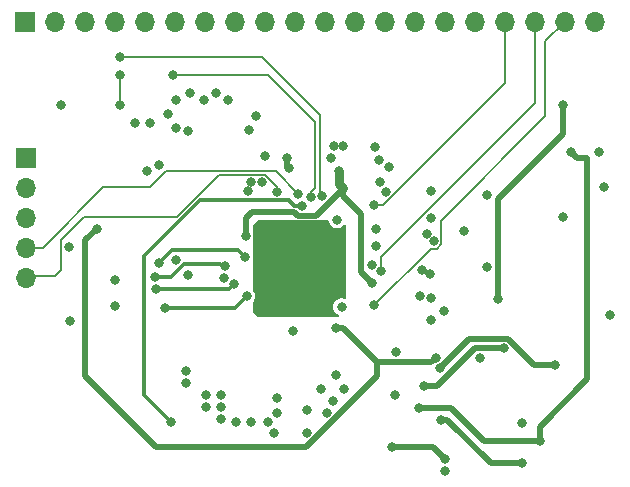
<source format=gbl>
G04 #@! TF.GenerationSoftware,KiCad,Pcbnew,8.0.8*
G04 #@! TF.CreationDate,2025-03-14T23:10:00+01:00*
G04 #@! TF.ProjectId,epdiy-v7-raw,65706469-792d-4763-972d-7261772e6b69,1.1*
G04 #@! TF.SameCoordinates,Original*
G04 #@! TF.FileFunction,Copper,L4,Bot*
G04 #@! TF.FilePolarity,Positive*
%FSLAX46Y46*%
G04 Gerber Fmt 4.6, Leading zero omitted, Abs format (unit mm)*
G04 Created by KiCad (PCBNEW 8.0.8) date 2025-03-14 23:10:00*
%MOMM*%
%LPD*%
G01*
G04 APERTURE LIST*
G04 #@! TA.AperFunction,ComponentPad*
%ADD10C,0.508000*%
G04 #@! TD*
G04 #@! TA.AperFunction,ComponentPad*
%ADD11R,1.700000X1.700000*%
G04 #@! TD*
G04 #@! TA.AperFunction,ComponentPad*
%ADD12O,1.700000X1.700000*%
G04 #@! TD*
G04 #@! TA.AperFunction,ViaPad*
%ADD13C,0.800000*%
G04 #@! TD*
G04 #@! TA.AperFunction,Conductor*
%ADD14C,0.500000*%
G04 #@! TD*
G04 #@! TA.AperFunction,Conductor*
%ADD15C,0.300000*%
G04 #@! TD*
G04 #@! TA.AperFunction,Conductor*
%ADD16C,0.750000*%
G04 #@! TD*
G04 #@! TA.AperFunction,Conductor*
%ADD17C,0.200000*%
G04 #@! TD*
G04 APERTURE END LIST*
D10*
X100880870Y-105892800D03*
X100880870Y-105105400D03*
X100880870Y-104318000D03*
X100880870Y-103530600D03*
X100880870Y-102743200D03*
X100093470Y-105892800D03*
X100093470Y-105105400D03*
X100093470Y-104318000D03*
X100093470Y-103530600D03*
X100093470Y-102743200D03*
X99306070Y-105892800D03*
X99306070Y-105105400D03*
X99306070Y-104318000D03*
X99306070Y-103530600D03*
X99306070Y-102743200D03*
X98518670Y-105892800D03*
X98518670Y-105105400D03*
X98518670Y-104318000D03*
X98518670Y-103530600D03*
X98518670Y-102743200D03*
X97731270Y-105892800D03*
X97731270Y-105105400D03*
X97731270Y-104318000D03*
X97731270Y-103530600D03*
X97731270Y-102743200D03*
D11*
X75940000Y-83500000D03*
D12*
X78480000Y-83500000D03*
X81020000Y-83500000D03*
X83560000Y-83500000D03*
X86100000Y-83500000D03*
X88640000Y-83500000D03*
X91180000Y-83500000D03*
X93720000Y-83500000D03*
X96260000Y-83500000D03*
X98800000Y-83500000D03*
X101340000Y-83500000D03*
X103880000Y-83500000D03*
X106420000Y-83500000D03*
X108960000Y-83500000D03*
X111500000Y-83500000D03*
X114040000Y-83500000D03*
X116580000Y-83500000D03*
X119120000Y-83500000D03*
X121660000Y-83500000D03*
X124200000Y-83500000D03*
D11*
X76000000Y-95000000D03*
D12*
X76000000Y-97540000D03*
X76000000Y-100080000D03*
X76000000Y-102620000D03*
X76000000Y-105160000D03*
D13*
X124500000Y-94500000D03*
X102941069Y-114590000D03*
X110282070Y-106840000D03*
X125000000Y-97500000D03*
X95482070Y-91490000D03*
X110528866Y-102093204D03*
X105275070Y-104112000D03*
X102113171Y-94025000D03*
X99782070Y-118340000D03*
X102354070Y-100254000D03*
X109509657Y-104545000D03*
X93082070Y-90090000D03*
X105656070Y-102492000D03*
X102837153Y-93990910D03*
X113082070Y-101190000D03*
X110282070Y-97840000D03*
X88682070Y-90090000D03*
X79682070Y-102590000D03*
X101532070Y-116590000D03*
X88678756Y-103694099D03*
X92082070Y-89490000D03*
X89532070Y-113090000D03*
X91082070Y-90090000D03*
X111444043Y-108001973D03*
X125500000Y-108359521D03*
X102733813Y-107621257D03*
X89720070Y-104902000D03*
X102226070Y-113396000D03*
X115043039Y-104259394D03*
X89749377Y-92700000D03*
X107282070Y-115130000D03*
X92778847Y-105184403D03*
X88682070Y-92490000D03*
X101032070Y-114590000D03*
X110266558Y-104870863D03*
X86532070Y-92090000D03*
X89532070Y-114090000D03*
X111500000Y-121500000D03*
X98649351Y-109674663D03*
X83532070Y-107590000D03*
X79782070Y-108840000D03*
X94882070Y-92690000D03*
X114500000Y-112000000D03*
X102032070Y-115590000D03*
X98282070Y-95840000D03*
X101886070Y-94986000D03*
X105875283Y-95228486D03*
X89882070Y-89490000D03*
X96297604Y-94855534D03*
X115082070Y-98190000D03*
X98136070Y-94986000D03*
X88082070Y-91290000D03*
X118000000Y-117500000D03*
X97032070Y-118340000D03*
X85282070Y-92090000D03*
X109390000Y-106735000D03*
X110282070Y-100090000D03*
X109995331Y-101484669D03*
X83532070Y-105340000D03*
X105582070Y-94090000D03*
X110351505Y-108718325D03*
X79000000Y-90500000D03*
X116000000Y-107000000D03*
X94734070Y-106731000D03*
X87782070Y-107753998D03*
X121500000Y-90500000D03*
X87282070Y-103930002D03*
X94558816Y-103427029D03*
X111186035Y-117186035D03*
X111085184Y-112832862D03*
X120800000Y-112550000D03*
X118000272Y-120877000D03*
X109282070Y-116190000D03*
X119500000Y-119000000D03*
X122158631Y-94495000D03*
X88282070Y-117340000D03*
X99406060Y-99111000D03*
X121500000Y-100000000D03*
X111500000Y-120500000D03*
X105975000Y-97090000D03*
X107000000Y-119500000D03*
X107373605Y-111480500D03*
X116495000Y-111140000D03*
X109730965Y-114340000D03*
X102532070Y-96090000D03*
X105275070Y-105588000D03*
X94608327Y-101649743D03*
X102822070Y-97541000D03*
X88500000Y-88000063D03*
X100109731Y-98317659D03*
X84000000Y-86500063D03*
X101077318Y-98282747D03*
X97268070Y-97900765D03*
X105500000Y-107500000D03*
X106056501Y-104597563D03*
X105500000Y-99000000D03*
X99058070Y-98048002D03*
X106775000Y-95769795D03*
X105670014Y-101016000D03*
X99782070Y-116340000D03*
X95032070Y-97090000D03*
X91282070Y-115090000D03*
X106473219Y-97937557D03*
X93782070Y-117340000D03*
X92532070Y-117090000D03*
X94782070Y-97840000D03*
X92532070Y-115090000D03*
X96532070Y-117340000D03*
X92532070Y-116090000D03*
X97282070Y-116590000D03*
X86282070Y-96090000D03*
X96032070Y-97090000D03*
X87282070Y-95590000D03*
X91282070Y-116090000D03*
X97282070Y-115340000D03*
X95032070Y-117340000D03*
X102227070Y-109423000D03*
X110703536Y-111918534D03*
X84000000Y-90500000D03*
X82000000Y-101000000D03*
X84000000Y-88000063D03*
X92883070Y-104191000D03*
X86911346Y-105137619D03*
X87032070Y-106090000D03*
X93596775Y-105686994D03*
D14*
X98136070Y-95694000D02*
X98282070Y-95840000D01*
X98136070Y-94986000D02*
X98136070Y-95694000D01*
D15*
X93711072Y-107753998D02*
X94734070Y-106731000D01*
D14*
X121500000Y-93000000D02*
X116000000Y-98500000D01*
X116000000Y-98500000D02*
X116000000Y-107000000D01*
D15*
X87782070Y-107753998D02*
X93711072Y-107753998D01*
D14*
X121500000Y-90500000D02*
X121500000Y-93000000D01*
D15*
X88372072Y-102840000D02*
X93971787Y-102840000D01*
X93971787Y-102840000D02*
X94558816Y-103427029D01*
X87282070Y-103930002D02*
X88372072Y-102840000D01*
D14*
X111085184Y-112832862D02*
X113548046Y-110370000D01*
X113548046Y-110370000D02*
X116870000Y-110370000D01*
X111686035Y-117186035D02*
X115377000Y-120877000D01*
X111186035Y-117186035D02*
X111686035Y-117186035D01*
X116870000Y-110370000D02*
X119050000Y-112550000D01*
X119050000Y-112550000D02*
X120800000Y-112550000D01*
X115377000Y-120877000D02*
X118000272Y-120877000D01*
D15*
X86032070Y-103340000D02*
X86032070Y-115090000D01*
D14*
X122663631Y-95000000D02*
X122158631Y-94495000D01*
D15*
X98751060Y-99058990D02*
X98282070Y-98590000D01*
X99406060Y-99111000D02*
X99354050Y-99058990D01*
D14*
X114803125Y-119000000D02*
X119500000Y-119000000D01*
X123500000Y-113761055D02*
X123500000Y-95000000D01*
X119500000Y-117761055D02*
X123500000Y-113761055D01*
D15*
X90782070Y-98590000D02*
X98282070Y-98590000D01*
D14*
X111993125Y-116190000D02*
X114803125Y-119000000D01*
X109282070Y-116190000D02*
X111993125Y-116190000D01*
X119500000Y-119000000D02*
X119500000Y-117761055D01*
D15*
X90782070Y-98590000D02*
X86032070Y-103340000D01*
X99354050Y-99058990D02*
X98751060Y-99058990D01*
D14*
X123500000Y-95000000D02*
X122663631Y-95000000D01*
D15*
X86032070Y-115090000D02*
X88282070Y-117340000D01*
D14*
X111500000Y-120500000D02*
X110500000Y-119500000D01*
X110500000Y-119500000D02*
X107000000Y-119500000D01*
X110850839Y-114340000D02*
X114050839Y-111140000D01*
X109730965Y-114340000D02*
X110850839Y-114340000D01*
X114050839Y-111140000D02*
X116495000Y-111140000D01*
X104386070Y-99746000D02*
X104386070Y-104699000D01*
X94608327Y-100125743D02*
X95115070Y-99619000D01*
D16*
X102532070Y-97251000D02*
X102822070Y-97541000D01*
D14*
X98715258Y-99619000D02*
X99017259Y-99921001D01*
X102881070Y-97600000D02*
X102822070Y-97541000D01*
D16*
X102532070Y-96090000D02*
X102532070Y-97251000D01*
D14*
X95115070Y-99619000D02*
X98715258Y-99619000D01*
X94608327Y-101649743D02*
X94608327Y-100125743D01*
X102822070Y-97682802D02*
X102822070Y-97541000D01*
X102881070Y-98241000D02*
X102881070Y-97600000D01*
X104386070Y-104699000D02*
X105275070Y-105588000D01*
X102881070Y-98241000D02*
X104386070Y-99746000D01*
X100583871Y-99921001D02*
X102822070Y-97682802D01*
X99017259Y-99921001D02*
X100583871Y-99921001D01*
D17*
X96482133Y-88000063D02*
X88500000Y-88000063D01*
X100482070Y-97562161D02*
X100482070Y-92000000D01*
X100109731Y-97934500D02*
X100482070Y-97562161D01*
X100482070Y-92000000D02*
X96482133Y-88000063D01*
X100109731Y-98317659D02*
X100109731Y-97934500D01*
X96000063Y-86500063D02*
X100926067Y-91426067D01*
X84000000Y-86500063D02*
X96000063Y-86500063D01*
X100926067Y-98131496D02*
X101077318Y-98282747D01*
X100926067Y-91426067D02*
X100926067Y-98131496D01*
X79000000Y-102000000D02*
X79000000Y-104500000D01*
X92378810Y-96470000D02*
X88808810Y-100040000D01*
X79000000Y-104500000D02*
X78500000Y-105000000D01*
X78500000Y-105000000D02*
X76160000Y-105000000D01*
X96288883Y-96470000D02*
X92378810Y-96470000D01*
X97268070Y-97449187D02*
X96288883Y-96470000D01*
X76160000Y-105000000D02*
X76000000Y-105160000D01*
X88808810Y-100040000D02*
X80960000Y-100040000D01*
X97268070Y-97900765D02*
X97268070Y-97449187D01*
X80960000Y-100040000D02*
X79000000Y-102000000D01*
X105500000Y-107500000D02*
X110286796Y-102713204D01*
X111148866Y-100351134D02*
X120000000Y-91500000D01*
X120000000Y-85160000D02*
X121660000Y-83500000D01*
X110785679Y-102713204D02*
X111148866Y-102350017D01*
X110286796Y-102713204D02*
X110785679Y-102713204D01*
X120000000Y-91500000D02*
X120000000Y-85160000D01*
X111148866Y-102350017D02*
X111148866Y-100351134D01*
X106056501Y-104597563D02*
X106056501Y-103438756D01*
X106056501Y-103438756D02*
X119120000Y-90375257D01*
X119120000Y-90375257D02*
X119120000Y-83500000D01*
X116580000Y-88707589D02*
X116580000Y-83500000D01*
X105500000Y-99000000D02*
X106287589Y-99000000D01*
X106287589Y-99000000D02*
X116580000Y-88707589D01*
X99058070Y-98048002D02*
X97160068Y-96150000D01*
X82580000Y-97500000D02*
X77460000Y-102620000D01*
X97160068Y-96150000D02*
X87850000Y-96150000D01*
X86500000Y-97500000D02*
X82580000Y-97500000D01*
X87850000Y-96150000D02*
X86500000Y-97500000D01*
X77460000Y-102620000D02*
X76000000Y-102620000D01*
D14*
X102865070Y-109423000D02*
X105732070Y-112290000D01*
X110332070Y-112290000D02*
X110703536Y-111918534D01*
X87000000Y-119500000D02*
X99711015Y-119500000D01*
X81000000Y-102000000D02*
X81000000Y-113500000D01*
X81000000Y-113500000D02*
X87000000Y-119500000D01*
X105732070Y-113478945D02*
X105732070Y-112290000D01*
X105732070Y-112290000D02*
X110332070Y-112290000D01*
X99711015Y-119500000D02*
X105732070Y-113478945D01*
D17*
X84000000Y-88000063D02*
X84000000Y-90500000D01*
D14*
X82000000Y-101000000D02*
X81000000Y-102000000D01*
X102227070Y-109423000D02*
X102865070Y-109423000D01*
D15*
X86911346Y-105137619D02*
X88286038Y-105137619D01*
X92476970Y-104034900D02*
X92633070Y-104191000D01*
X92633070Y-104191000D02*
X92883070Y-104191000D01*
X89388757Y-104034900D02*
X92476970Y-104034900D01*
X88286038Y-105137619D02*
X89388757Y-104034900D01*
X93193769Y-106090000D02*
X93596775Y-105686994D01*
X87032070Y-106090000D02*
X93193769Y-106090000D01*
G04 #@! TA.AperFunction,Conductor*
G36*
X101604920Y-100274002D02*
G01*
X101651413Y-100327658D01*
X101661880Y-100364813D01*
X101668929Y-100422871D01*
X101729249Y-100581925D01*
X101729251Y-100581929D01*
X101793145Y-100674494D01*
X101825887Y-100721929D01*
X101953218Y-100834734D01*
X102103845Y-100913790D01*
X102103846Y-100913790D01*
X102103848Y-100913791D01*
X102260531Y-100952409D01*
X102269014Y-100954500D01*
X102269017Y-100954500D01*
X102439123Y-100954500D01*
X102439126Y-100954500D01*
X102604295Y-100913790D01*
X102754922Y-100834734D01*
X102882253Y-100721929D01*
X102882256Y-100721923D01*
X102887310Y-100716221D01*
X102889587Y-100718238D01*
X102933819Y-100682334D01*
X103004382Y-100674494D01*
X103067981Y-100706048D01*
X103071546Y-100709476D01*
X103079165Y-100717095D01*
X103113191Y-100779407D01*
X103116070Y-100806190D01*
X103116070Y-106833182D01*
X103096068Y-106901303D01*
X103042412Y-106947796D01*
X102972138Y-106957900D01*
X102959917Y-106955521D01*
X102818872Y-106920757D01*
X102818869Y-106920757D01*
X102648757Y-106920757D01*
X102648753Y-106920757D01*
X102483591Y-106961465D01*
X102483587Y-106961467D01*
X102332961Y-107040522D01*
X102332955Y-107040527D01*
X102205631Y-107153326D01*
X102205629Y-107153328D01*
X102108994Y-107293327D01*
X102108992Y-107293331D01*
X102048672Y-107452385D01*
X102028168Y-107621254D01*
X102028168Y-107621259D01*
X102048672Y-107790128D01*
X102108992Y-107949182D01*
X102108994Y-107949186D01*
X102108995Y-107949187D01*
X102205630Y-108089186D01*
X102332961Y-108201991D01*
X102465271Y-108271433D01*
X102516293Y-108320801D01*
X102532525Y-108389917D01*
X102508813Y-108456837D01*
X102452686Y-108500314D01*
X102406715Y-108509000D01*
X95794260Y-108509000D01*
X95726139Y-108488998D01*
X95705165Y-108472095D01*
X95278975Y-108045905D01*
X95244949Y-107983593D01*
X95242070Y-107956810D01*
X95242070Y-107267432D01*
X95262072Y-107199311D01*
X95264374Y-107195856D01*
X95293729Y-107153328D01*
X95358888Y-107058930D01*
X95419210Y-106899872D01*
X95439715Y-106731000D01*
X95419210Y-106562128D01*
X95358888Y-106403070D01*
X95264374Y-106266143D01*
X95242138Y-106198718D01*
X95242070Y-106194567D01*
X95242070Y-103618853D01*
X95243932Y-103603575D01*
X95243038Y-103603467D01*
X95264461Y-103427031D01*
X95264461Y-103427026D01*
X95243038Y-103250593D01*
X95243923Y-103250485D01*
X95242070Y-103235206D01*
X95242070Y-100806190D01*
X95262072Y-100738069D01*
X95278975Y-100717095D01*
X95705165Y-100290905D01*
X95767477Y-100256879D01*
X95794260Y-100254000D01*
X101536799Y-100254000D01*
X101604920Y-100274002D01*
G37*
G04 #@! TD.AperFunction*
M02*

</source>
